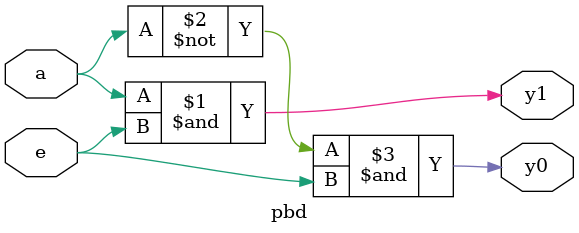
<source format=sv>
`timescale 1ns/1ns

module pbd (input a,e, output y0,y1);

	//assign #(15) y0 = (~a) & e;
	//assign #(12) y1 = a & e;
	assign #(13.5) {y0,y1} = {(~a) & e , a & e};
endmodule

</source>
